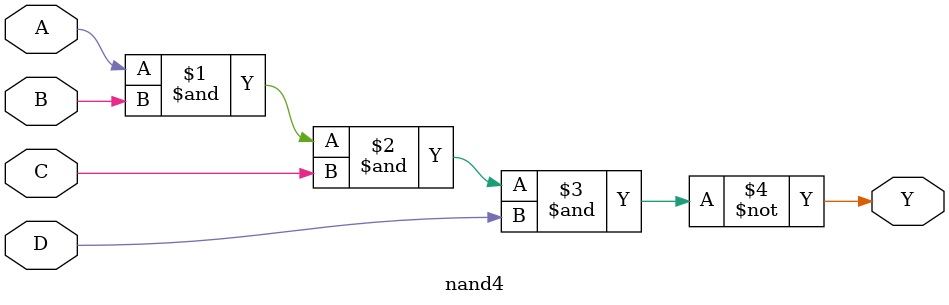
<source format=v>

module nand4 (Y, A, B, C, D);
    output Y;
    input A;
    input B;
    input C;
    input D;

nand (Y, A, B, C, D);

endmodule

</source>
